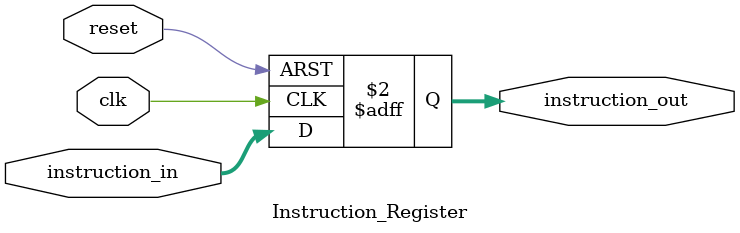
<source format=v>
module Instruction_Register (
    input clk,
    input reset,
    input [15:0] instruction_in,
    output reg [15:0] instruction_out
);
    always @(posedge clk or posedge reset) begin
        if (reset)
            instruction_out <= 16'b0;
        else
            instruction_out <= instruction_in;
    end
endmodule

</source>
